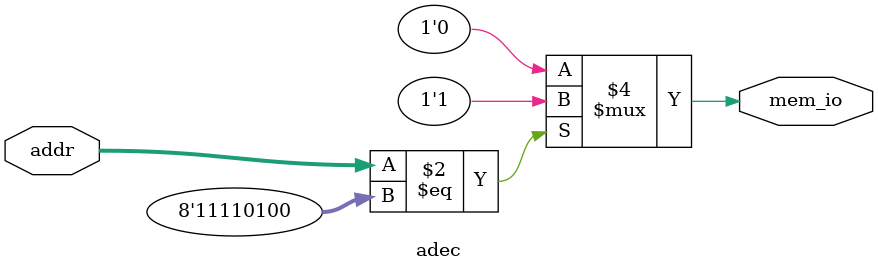
<source format=v>
`timescale 1ps/1ps

module adec
(
  input  wire [7:0] addr,
  output reg        mem_io
);

  always @(*) begin
    if (addr == 8'hf4) begin
      mem_io = 1'b1;
    end else begin
      mem_io = 1'b0;
    end
  end

endmodule

</source>
